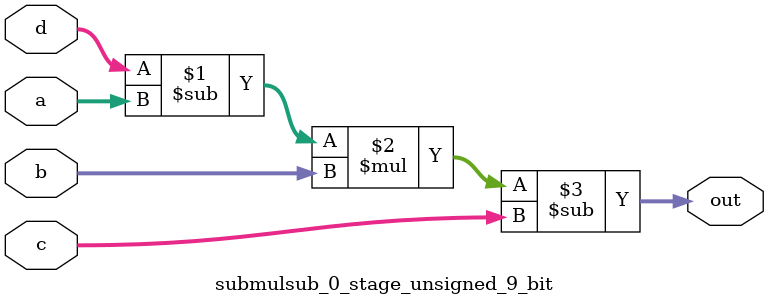
<source format=sv>
(* use_dsp = "yes" *) module submulsub_0_stage_unsigned_9_bit(
	input  [8:0] a,
	input  [8:0] b,
	input  [8:0] c,
	input  [8:0] d,
	output [8:0] out
	);

	assign out = ((d - a) * b) - c;
endmodule

</source>
